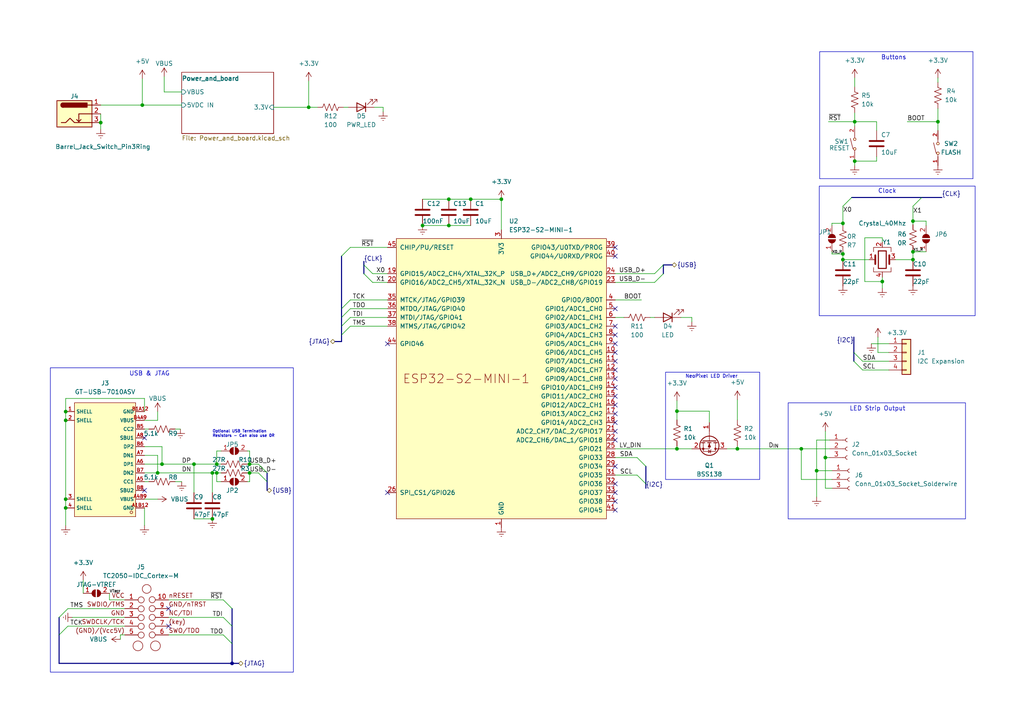
<source format=kicad_sch>
(kicad_sch (version 20230121) (generator eeschema)
  (paper "A4")
  (title_block (title "Spotify Reactive IoT LED Strip Driver") (date "2023-08-13") (rev "v1.9.1-a") (comment 2 "to the currently playing song on spotify") (comment 3 "A modular, internet connected LED strip driver that reacts "))
  (lib_symbols
    (symbol "C5117870_lib:GT-TC060A-H025-L1" (pin_names hide)
      (property "Reference" "U" (at 0 1.27 0))
      (property "Value" "GT-TC060A-H025-L1" (at 0 -2.54 0))
      (symbol "GT-TC060A-H025-L1_0_1"
        (pin unspecified line (at -5.08 0 0) (length 2.54) (name "1") (number "1"))
        (pin unspecified line (at 5.08 0 180) (length 2.54) (name "2") (number "2"))
      )
    )
    (symbol "Connector:Barrel_Jack_Switch_Pin3Ring" (pin_names hide)
      (property "Reference" "J" (at 0 5.334 0))
      (property "Value" "Barrel_Jack_Switch_Pin3Ring" (at 0 -5.08 0))
      (symbol "Barrel_Jack_Switch_Pin3Ring_1_1"
        (pin passive line (at 7.62 2.54 180) (length 2.54) (name "~") (number "1"))
        (pin passive line (at 7.62 0 180) (length 2.54) (name "~") (number "2"))
        (pin passive line (at 7.62 -2.54 180) (length 2.54) (name "~") (number "3"))
      )
    )
    (symbol "Connector:Conn_01x03_Socket" (pin_names (offset 1.016) hide)
      (property "Reference" "J" (at 0 5.08 0))
      (property "Value" "Conn_01x03_Socket" (at 0 -5.08 0))
      (symbol "Conn_01x03_Socket_1_1"
        (pin passive line (at -5.08 2.54 0) (length 3.81) (name "Pin_1") (number "1"))
        (pin passive line (at -5.08 0 0) (length 3.81) (name "Pin_2") (number "2"))
        (pin passive line (at -5.08 -2.54 0) (length 3.81) (name "Pin_3") (number "3"))
      )
    )
    (symbol "Connector_Generic:Conn_01x04" (pin_names (offset 1.016) hide)
      (property "Reference" "J" (at 0 5.08 0))
      (property "Value" "Conn_01x04" (at 0 -7.62 0))
      (symbol "Conn_01x04_1_1"
        (pin passive line (at -5.08 2.54 0) (length 3.81) (name "Pin_1") (number "1"))
        (pin passive line (at -5.08 0 0) (length 3.81) (name "Pin_2") (number "2"))
        (pin passive line (at -5.08 -2.54 0) (length 3.81) (name "Pin_3") (number "3"))
        (pin passive line (at -5.08 -5.08 0) (length 3.81) (name "Pin_4") (number "4"))
      )
    )
    (symbol "Device:C" (pin_numbers hide) (pin_names (offset 0.254))
      (property "Reference" "C" (at 0.635 2.54 0))
      (property "Value" "C" (at 0.635 -2.54 0))
      (symbol "C_1_1"
        (pin passive line (at 0 3.81 270) (length 2.794) (name "~") (number "1"))
        (pin passive line (at 0 -3.81 90) (length 2.794) (name "~") (number "2"))
      )
    )
    (symbol "Device:Crystal_GND24" (pin_names (offset 1.016) hide)
      (property "Reference" "Y" (at 3.175 5.08 0))
      (property "Value" "Crystal_GND24" (at 3.175 3.175 0))
      (symbol "Crystal_GND24_1_1"
        (pin passive line (at -3.81 0 0) (length 1.27) (name "1") (number "1"))
        (pin passive line (at 0 5.08 270) (length 1.27) (name "2") (number "2"))
        (pin passive line (at 3.81 0 180) (length 1.27) (name "3") (number "3"))
        (pin passive line (at 0 -5.08 90) (length 1.27) (name "4") (number "4"))
      )
    )
    (symbol "Device:LED" (pin_numbers hide) (pin_names (offset 1.016) hide)
      (property "Reference" "D" (at 0 2.54 0))
      (property "Value" "LED" (at 0 -2.54 0))
      (symbol "LED_1_1"
        (pin passive line (at -3.81 0 0) (length 2.54) (name "K") (number "1"))
        (pin passive line (at 3.81 0 180) (length 2.54) (name "A") (number "2"))
      )
    )
    (symbol "Device:R_US" (pin_numbers hide) (pin_names (offset 0))
      (property "Reference" "R" (at 2.54 0 90))
      (property "Value" "R_US" (at -2.54 0 90))
      (symbol "R_US_1_1"
        (pin passive line (at 0 3.81 270) (length 1.27) (name "~") (number "1"))
        (pin passive line (at 0 -3.81 90) (length 1.27) (name "~") (number "2"))
      )
    )
    (symbol "Jumper:SolderJumper_2_Open" (pin_names (offset 0) hide)
      (property "Reference" "JP" (at 0 2.032 0))
      (property "Value" "SolderJumper_2_Open" (at 0 -2.54 0))
      (symbol "SolderJumper_2_Open_1_1"
        (pin passive line (at -3.81 0 0) (length 2.54) (name "A") (number "1"))
        (pin passive line (at 3.81 0 180) (length 2.54) (name "B") (number "2"))
      )
    )
    (symbol "PCM_Espressif:ESP32-S2-MINI-1" (pin_names (offset 1.016))
      (property "Reference" "U" (at -30.48 45.72 0))
      (property "Value" "ESP32-S2-MINI-1" (at -30.48 43.18 0))
      (symbol "ESP32-S2-MINI-1_0_0"
        (pin power_in line (at 0 -43.18 90) (length 2.54) (name "GND") (number "1"))
        (pin passive line (at 0 -43.18 90) (length 2.54) hide (name "GND") (number "43"))
        (pin input line (at -33.02 10.16 0) (length 2.54) (name "GPIO46") (number "44"))
        (pin bidirectional line (at -33.02 38.1 0) (length 2.54) (name "CHIP/PU/RESET") (number "45"))
        (pin passive line (at 0 -43.18 90) (length 2.54) hide (name "GND") (number "46"))
        (pin passive line (at 0 -43.18 90) (length 2.54) hide (name "GND") (number "47"))
        (pin passive line (at 0 -43.18 90) (length 2.54) hide (name "GND") (number "48"))
        (pin passive line (at 0 -43.18 90) (length 2.54) hide (name "GND") (number "49"))
        (pin passive line (at 0 -43.18 90) (length 2.54) hide (name "GND") (number "50"))
        (pin passive line (at 0 -43.18 90) (length 2.54) hide (name "GND") (number "51"))
        (pin passive line (at 0 -43.18 90) (length 2.54) hide (name "GND") (number "52"))
        (pin passive line (at 0 -43.18 90) (length 2.54) hide (name "GND") (number "53"))
        (pin passive line (at 0 -43.18 90) (length 2.54) hide (name "GND") (number "54"))
        (pin passive line (at 0 -43.18 90) (length 2.54) hide (name "GND") (number "55"))
        (pin passive line (at 0 -43.18 90) (length 2.54) hide (name "GND") (number "56"))
        (pin passive line (at 0 -43.18 90) (length 2.54) hide (name "GND") (number "57"))
        (pin passive line (at 0 -43.18 90) (length 2.54) hide (name "GND") (number "58"))
        (pin passive line (at 0 -43.18 90) (length 2.54) hide (name "GND") (number "59"))
        (pin passive line (at 0 -43.18 90) (length 2.54) hide (name "GND") (number "60"))
        (pin passive line (at 0 -43.18 90) (length 2.54) hide (name "GND") (number "61"))
        (pin passive line (at 0 -43.18 90) (length 2.54) hide (name "GND") (number "62"))
        (pin passive line (at 0 -43.18 90) (length 2.54) hide (name "GND") (number "63"))
        (pin passive line (at 0 -43.18 90) (length 2.54) hide (name "GND") (number "64"))
        (pin passive line (at 0 -43.18 90) (length 2.54) hide (name "GND") (number "65"))
      )
      (symbol "ESP32-S2-MINI-1_1_1"
        (text "ESP32-S2-MINI-1" (at -10.16 0 0) (effects (font (size 2.54 2.54))))
        (pin bidirectional line (at 33.02 7.62 180) (length 2.54) (name "GPIO6/ADC1_CH5") (number "10"))
        (pin bidirectional line (at 33.02 5.08 180) (length 2.54) (name "GPIO7/ADC1_CH6") (number "11"))
        (pin bidirectional line (at 33.02 2.54 180) (length 2.54) (name "GPIO8/ADC1_CH7") (number "12"))
        (pin bidirectional line (at 33.02 0 180) (length 2.54) (name "GPIO9/ADC1_CH8") (number "13"))
        (pin bidirectional line (at 33.02 -2.54 180) (length 2.54) (name "GPIO10/ADC1_CH9") (number "14"))
        (pin bidirectional line (at 33.02 -5.08 180) (length 2.54) (name "GPIO11/ADC2_CH0") (number "15"))
        (pin bidirectional line (at 33.02 -7.62 180) (length 2.54) (name "GPIO12/ADC2_CH1") (number "16"))
        (pin bidirectional line (at 33.02 -10.16 180) (length 2.54) (name "GPIO13/ADC2_CH2") (number "17"))
        (pin bidirectional line (at 33.02 -12.7 180) (length 2.54) (name "GPIO14/ADC2_CH3") (number "18"))
        (pin bidirectional line (at -33.02 30.48 0) (length 2.54) (name "GPIO15/ADC2_CH4/XTAL_32K_P") (number "19"))
        (pin passive line (at 0 -43.18 90) (length 2.54) hide (name "GND") (number "2"))
        (pin bidirectional line (at -33.02 27.94 0) (length 2.54) (name "GPIO16/ADC2_CH5/XTAL_32K_N") (number "20"))
        (pin bidirectional line (at 33.02 -15.24 180) (length 2.54) (name "ADC2_CH7/DAC_2/GPIO17") (number "21"))
        (pin bidirectional line (at 33.02 -17.78 180) (length 2.54) (name "ADC2_CH6/DAC_1/GPIO18") (number "22"))
        (pin bidirectional line (at 33.02 27.94 180) (length 2.54) (name "USB_D-/ADC2_CH8/GPIO19") (number "23"))
        (pin bidirectional line (at 33.02 30.48 180) (length 2.54) (name "USB_D+/ADC2_CH9/GPIO20") (number "24"))
        (pin bidirectional line (at 33.02 -20.32 180) (length 2.54) (name "GPIO21") (number "25"))
        (pin bidirectional line (at -33.02 -33.02 0) (length 2.54) (name "SPI_CS1/GPIO26") (number "26"))
        (pin no_connect line (at -30.48 -38.1 0) (length 2.54) hide (name "NC") (number "27"))
        (pin bidirectional line (at 33.02 -22.86 180) (length 2.54) (name "GPIO33") (number "28"))
        (pin bidirectional line (at 33.02 -25.4 180) (length 2.54) (name "GPIO34") (number "29"))
        (pin power_in line (at 0 43.18 270) (length 2.54) (name "3V3") (number "3"))
        (pin passive line (at 0 -43.18 90) (length 2.54) hide (name "GND") (number "30"))
        (pin bidirectional line (at 33.02 -27.94 180) (length 2.54) (name "GPIO35") (number "31"))
        (pin bidirectional line (at 33.02 -30.48 180) (length 2.54) (name "GPIO36") (number "32"))
        (pin bidirectional line (at 33.02 -33.02 180) (length 2.54) (name "GPIO37") (number "33"))
        (pin bidirectional line (at 33.02 -35.56 180) (length 2.54) (name "GPIO38") (number "34"))
        (pin bidirectional line (at -33.02 22.86 0) (length 2.54) (name "MTCK/JTAG/GPIO39") (number "35"))
        (pin bidirectional line (at -33.02 20.32 0) (length 2.54) (name "MTDO/JTAG/GPIO40") (number "36"))
        (pin bidirectional line (at -33.02 17.78 0) (length 2.54) (name "MTDI/JTAG/GPIO41") (number "37"))
        (pin bidirectional line (at -33.02 15.24 0) (length 2.54) (name "MTMS/JTAG/GPIO42") (number "38"))
        (pin bidirectional line (at 33.02 38.1 180) (length 2.54) (name "GPIO43/U0TXD/PROG") (number "39"))
        (pin bidirectional line (at 33.02 22.86 180) (length 2.54) (name "GPIO0/BOOT") (number "4"))
        (pin bidirectional line (at 33.02 35.56 180) (length 2.54) (name "GPIO44/U0RXD/PROG") (number "40"))
        (pin bidirectional line (at 33.02 -38.1 180) (length 2.54) (name "GPIO45") (number "41"))
        (pin passive line (at 0 -43.18 90) (length 2.54) hide (name "GND") (number "42"))
        (pin bidirectional line (at 33.02 20.32 180) (length 2.54) (name "GPIO1/ADC1_CH0") (number "5"))
        (pin bidirectional line (at 33.02 17.78 180) (length 2.54) (name "GPIO2/ADC1_CH1") (number "6"))
        (pin bidirectional line (at 33.02 15.24 180) (length 2.54) (name "GPIO3/ADC1_CH2") (number "7"))
        (pin bidirectional line (at 33.02 12.7 180) (length 2.54) (name "GPIO4/ADC1_CH3") (number "8"))
        (pin bidirectional line (at 33.02 10.16 180) (length 2.54) (name "GPIO5/ADC1_CH4") (number "9"))
      )
    )
    (symbol "Tag-Connect:TC2050-IDC_Cortex-M" (pin_names hide)
      (property "Reference" "J" (at 0 -11.43 0))
      (property "Value" "TC2050-IDC_Cortex-M" (at 0.635 -13.97 0))
      (symbol "TC2050-IDC_Cortex-M_0_0"
        (text "(GND)/(Vcc5V)" (at -6.35 -3.81 0) (effects (font (size 1.27 1.27)) (justify right)))
        (text "(key)" (at 6.35 -1.27 0) (effects (font (size 1.27 1.27)) (justify left)))
        (text "GND" (at -6.35 1.27 0) (effects (font (size 1.27 1.27)) (justify right)))
        (text "GND/nTRST" (at 6.35 3.81 0) (effects (font (size 1.27 1.27)) (justify left)))
        (text "NC/TDI" (at 6.35 1.27 0) (effects (font (size 1.27 1.27)) (justify left)))
        (text "nRESET" (at 6.35 6.35 0) (effects (font (size 1.27 1.27)) (justify left)))
        (text "SWDCLK/TCK" (at -6.35 -1.27 0) (effects (font (size 1.27 1.27)) (justify right)))
        (text "SWDIO/TMS" (at -6.35 3.81 0) (effects (font (size 1.27 1.27)) (justify right)))
        (text "SWO/TDO" (at 6.35 -3.81 0) (effects (font (size 1.27 1.27)) (justify left)))
        (text "VCC" (at -6.35 6.35 0) (effects (font (size 1.27 1.27)) (justify right)))
      )
      (symbol "TC2050-IDC_Cortex-M_1_1"
        (pin passive line (at -6.35 5.08 0) (length 3.81) (name "VCC") (number "1"))
        (pin passive line (at 6.35 5.08 180) (length 3.81) (name "nRESET") (number "10"))
        (pin passive line (at -6.35 2.54 0) (length 3.81) (name "SWDIO/TMS") (number "2"))
        (pin passive line (at -6.35 0 0) (length 3.81) (name "GND") (number "3"))
        (pin passive line (at -6.35 -2.54 0) (length 3.81) (name "SWDCLK/TCK") (number "4"))
        (pin passive line (at -6.35 -5.08 0) (length 3.81) (name "(GND)/(Vcc5V)") (number "5"))
        (pin passive line (at 6.35 -5.08 180) (length 3.81) (name "SWO/TDO") (number "6"))
        (pin passive line (at 6.35 -2.54 180) (length 3.81) (name "(key)") (number "7"))
        (pin passive line (at 6.35 0 180) (length 3.81) (name "NC/TDI") (number "8"))
        (pin passive line (at 6.35 2.54 180) (length 3.81) (name "GND/nTRST") (number "9"))
      )
    )
    (symbol "Transistor_FET:BSS138" (pin_names hide)
      (property "Reference" "Q" (at 5.08 1.905 0))
      (property "Value" "BSS138" (at 5.08 0 0))
      (symbol "BSS138_1_1"
        (pin input line (at -5.08 0 0) (length 2.54) (name "G") (number "1"))
        (pin passive line (at 2.54 -5.08 90) (length 2.54) (name "S") (number "2"))
        (pin passive line (at 2.54 5.08 270) (length 2.54) (name "D") (number "3"))
      )
    )
    (symbol "gt-usb_lib:GT-USB-7010ASV"
      (property "Reference" "U" (at 0 1.27 0))
      (property "Value" "GT-USB-7010ASV" (at 0 -2.54 0))
      (symbol "GT-USB-7010ASV_0_1"
        (pin passive line (at 10.16 -12.7 180) (length 2.54) (name "SHELL") (number "1"))
        (pin passive line (at 10.16 -10.16 180) (length 2.54) (name "SHELL") (number "2"))
        (pin passive line (at 10.16 12.7 180) (length 2.54) (name "SHELL") (number "3"))
        (pin passive line (at 10.16 15.24 180) (length 2.54) (name "SHELL") (number "4"))
        (pin passive line (at -12.7 15.24 0) (length 2.54) (name "GND") (number "A1B12"))
        (pin passive line (at -12.7 12.7 0) (length 2.54) (name "VBUS") (number "A4B9"))
        (pin passive line (at -12.7 7.62 0) (length 2.54) (name "CC1") (number "A5"))
        (pin bidirectional line (at -12.7 2.54 0) (length 2.54) (name "DP1") (number "A6"))
        (pin bidirectional line (at -12.7 0 0) (length 2.54) (name "DN1") (number "A7"))
        (pin passive line (at -12.7 -5.08 0) (length 2.54) (name "SBU1") (number "A8"))
        (pin passive line (at -12.7 -12.7 0) (length 2.54) (name "GND") (number "B1A12"))
        (pin power_out line (at -12.7 -10.16 0) (length 2.54) (name "VBUS") (number "B4A9"))
        (pin passive line (at -12.7 -7.62 0) (length 2.54) (name "CC2") (number "B5"))
        (pin bidirectional line (at -12.7 -2.54 0) (length 2.54) (name "DP2") (number "B6"))
        (pin bidirectional line (at -12.7 5.08 0) (length 2.54) (name "DN2") (number "B7"))
        (pin passive line (at -12.7 10.16 0) (length 2.54) (name "SBU2") (number "B8"))
      )
    )
    (symbol "power:+3.3V" (power) (pin_names (offset 0))
      (property "Value" "+3.3V" (at 0 3.556 0))
      (symbol "+3.3V_1_1"
        (pin power_in line (at 0 0 90) (length 0) hide (name "+3.3V") (number "1"))
      )
    )
    (symbol "power:+5V" (power) (pin_names (offset 0))
      (property "Value" "+5V" (at 0 3.556 0))
      (symbol "+5V_1_1"
        (pin power_in line (at 0 0 90) (length 0) hide (name "+5V") (number "1"))
      )
    )
    (symbol "power:Earth" (power) (pin_names (offset 0))
      (symbol "Earth_1_1"
        (pin power_in line (at 0 0 270) (length 0) hide (name "Earth") (number "1"))
      )
    )
    (symbol "power:VBUS" (power) (pin_names (offset 0))
      (property "Value" "VBUS" (at 0 3.81 0))
      (symbol "VBUS_1_1"
        (pin power_in line (at 0 0 90) (length 0) hide (name "VBUS") (number "1"))
      )
    )
  )
  (bus_alias "I2C" (members "SDA" "SCL"))
  (bus_alias "USB" (members "USB_D+" "USB_D-"))
  (junction (at 41.275 30.48))
  (junction (at 62.865 134.62))
  (junction (at 244.475 75.311))
  (junction (at 264.795 73.025))
  (junction (at 72.39 134.62))
  (junction (at 213.868 130.175))
  (junction (at 196.342 130.175))
  (junction (at 62.865 137.16))
  (junction (at 46.99 134.62))
  (junction (at 136.525 57.785))
  (junction (at 239.395 132.715))
  (junction (at 72.39 137.16))
  (junction (at 244.475 73.66))
  (junction (at 61.595 150.495))
  (junction (at 247.904 46.736))
  (junction (at 122.555 65.405))
  (junction (at 236.855 136.525))
  (junction (at 196.342 119.253))
  (junction (at 19.05 144.78))
  (junction (at 145.415 57.785))
  (junction (at 56.261 134.62))
  (junction (at 255.905 81.661))
  (junction (at 130.175 57.785))
  (junction (at 247.904 35.306))
  (junction (at 130.175 65.405))
  (junction (at 29.21 35.56))
  (junction (at 19.05 121.92))
  (junction (at 89.535 31.115))
  (junction (at 264.795 64.135))
  (junction (at 67.31 192.405))
  (junction (at 272.034 35.306))
  (junction (at 19.05 147.32))
  (junction (at 244.475 64.77))
  (junction (at 264.795 75.311))
  (junction (at 45.72 137.16))
  (junction (at 232.41 130.175))
  (junction (at 19.05 119.38))
  (junction (at 61.595 137.16))
  (no_connect (at 178.435 109.855))
  (no_connect (at 178.435 94.615))
  (no_connect (at 178.435 140.335))
  (no_connect (at 178.435 145.415))
  (no_connect (at 178.435 125.095))
  (no_connect (at 178.435 102.235))
  (no_connect (at 178.435 122.555))
  (no_connect (at 178.435 120.015))
  (no_connect (at 112.395 99.695))
  (no_connect (at 178.435 99.695))
  (no_connect (at 178.435 114.935))
  (no_connect (at 178.435 89.535))
  (no_connect (at 178.435 127.635))
  (no_connect (at 178.435 135.255))
  (no_connect (at 41.91 127))
  (no_connect (at 178.435 74.295))
  (no_connect (at 41.91 142.24))
  (no_connect (at 178.435 147.955))
  (no_connect (at 178.435 71.755))
  (no_connect (at 112.395 142.875))
  (no_connect (at 178.435 142.875))
  (no_connect (at 48.895 181.61))
  (no_connect (at 178.435 112.395))
  (no_connect (at 178.435 97.155))
  (no_connect (at 48.895 176.53))
  (no_connect (at 178.435 104.775))
  (no_connect (at 178.435 117.475))
  (no_connect (at 178.435 107.315))
  (bus_entry (at 17.145 184.15) (size 2.54 -2.54))
  (bus_entry (at 247.65 104.775) (size 2.54 2.54))
  (bus_entry (at 64.77 184.15) (size 2.54 2.54))
  (bus_entry (at 64.77 173.99) (size 2.54 2.54))
  (bus_entry (at 99.06 74.295) (size 2.54 -2.54))
  (bus_entry (at 99.06 92.075) (size 2.54 -2.54))
  (bus_entry (at 184.785 137.795) (size 2.54 2.54))
  (bus_entry (at 192.405 76.835) (size -2.54 2.54))
  (bus_entry (at 99.06 89.535) (size 2.54 -2.54))
  (bus_entry (at 264.795 59.817) (size 2.54 -2.54))
  (bus_entry (at 17.145 179.07) (size 2.54 -2.54))
  (bus_entry (at 74.93 137.16) (size 2.54 2.54))
  (bus_entry (at 192.405 79.375) (size -2.54 2.54))
  (bus_entry (at 74.93 134.62) (size 2.54 2.54))
  (bus_entry (at 184.785 132.715) (size 2.54 2.54))
  (bus_entry (at 247.65 102.235) (size 2.54 2.54))
  (bus_entry (at 108.077 81.915) (size -2.54 -2.54))
  (bus_entry (at 99.06 94.615) (size 2.54 -2.54))
  (bus_entry (at 99.06 97.155) (size 2.54 -2.54))
  (bus_entry (at 64.77 179.07) (size 2.54 2.54))
  (bus_entry (at 244.475 59.817) (size 2.54 -2.54))
  (bus_entry (at 108.077 79.375) (size -2.54 -2.54))
  (bus (pts (xy 97.155 99.06) (xy 99.06 99.06)))
  (wire (pts (xy 46.99 129.54) (xy 41.91 129.54)))
  (bus (pts (xy 247.015 57.277) (xy 267.335 57.277)))
  (wire (pts (xy 48.895 179.07) (xy 64.77 179.07)))
  (bus (pts (xy 192.405 76.835) (xy 192.405 79.375)))
  (wire (pts (xy 232.41 139.065) (xy 241.3 139.065)))
  (wire (pts (xy 130.175 65.405) (xy 136.525 65.405)))
  (bus (pts (xy 67.31 186.69) (xy 67.31 192.405)))
  (wire (pts (xy 47.625 26.67) (xy 52.705 26.67)))
  (wire (pts (xy 205.74 119.253) (xy 196.342 119.253)))
  (bus (pts (xy 99.06 74.295) (xy 99.06 89.535)))
  (wire (pts (xy 41.91 115.57) (xy 41.91 119.38)))
  (wire (pts (xy 236.855 136.525) (xy 236.855 127.635)))
  (wire (pts (xy 61.595 150.495) (xy 56.261 150.495)))
  (wire (pts (xy 50.8 124.46) (xy 52.324 124.46)))
  (wire (pts (xy 244.475 73.66) (xy 241.3 73.66)))
  (wire (pts (xy 62.865 134.62) (xy 64.135 134.62)))
  (wire (pts (xy 19.05 119.38) (xy 19.05 121.92)))
  (wire (pts (xy 178.435 79.375) (xy 189.865 79.375)))
  (wire (pts (xy 264.795 73.025) (xy 268.605 73.025)))
  (wire (pts (xy 200.66 93.345) (xy 200.66 92.075)))
  (wire (pts (xy 130.175 57.785) (xy 136.525 57.785)))
  (wire (pts (xy 254.254 37.846) (xy 254.254 35.306)))
  (wire (pts (xy 196.342 129.413) (xy 196.342 130.175)))
  (wire (pts (xy 19.05 115.57) (xy 19.05 119.38)))
  (bus (pts (xy 187.325 135.255) (xy 187.325 140.335)))
  (wire (pts (xy 264.795 72.771) (xy 264.795 73.025)))
  (wire (pts (xy 41.91 121.92) (xy 45.72 121.92)))
  (wire (pts (xy 254.635 102.235) (xy 257.81 102.235)))
  (wire (pts (xy 255.905 81.661) (xy 255.905 83.566)))
  (wire (pts (xy 89.535 23.495) (xy 89.535 31.115)))
  (wire (pts (xy 196.342 130.175) (xy 200.66 130.175)))
  (wire (pts (xy 31.75 172.085) (xy 31.75 173.99)))
  (wire (pts (xy 72.39 137.16) (xy 72.39 139.7)))
  (wire (pts (xy 241.3 73.66) (xy 241.3 73.025)))
  (wire (pts (xy 46.99 129.54) (xy 46.99 134.62)))
  (wire (pts (xy 213.868 130.175) (xy 232.41 130.175)))
  (wire (pts (xy 19.685 181.61) (xy 36.195 181.61)))
  (wire (pts (xy 45.72 119.38) (xy 45.72 121.92)))
  (bus (pts (xy 17.145 179.07) (xy 17.145 184.15)))
  (wire (pts (xy 178.435 86.995) (xy 186.055 86.995)))
  (wire (pts (xy 239.395 132.715) (xy 240.665 132.715)))
  (wire (pts (xy 239.395 141.605) (xy 239.395 132.715)))
  (wire (pts (xy 48.895 173.99) (xy 64.77 173.99)))
  (wire (pts (xy 244.475 64.77) (xy 244.475 65.405)))
  (wire (pts (xy 178.435 137.795) (xy 184.785 137.795)))
  (bus (pts (xy 67.31 192.405) (xy 17.145 192.405)))
  (bus (pts (xy 247.65 104.775) (xy 247.65 102.235)))
  (wire (pts (xy 79.375 31.115) (xy 89.535 31.115)))
  (wire (pts (xy 244.475 75.311) (xy 252.095 75.311)))
  (wire (pts (xy 41.91 132.08) (xy 45.72 132.08)))
  (wire (pts (xy 236.855 136.525) (xy 241.3 136.525)))
  (bus (pts (xy 99.06 97.155) (xy 99.06 99.06)))
  (wire (pts (xy 61.595 137.16) (xy 61.595 142.875)))
  (wire (pts (xy 254.635 97.79) (xy 254.635 102.235)))
  (wire (pts (xy 254.254 35.306) (xy 247.904 35.306)))
  (wire (pts (xy 29.21 33.02) (xy 29.21 35.56)))
  (bus (pts (xy 99.06 92.075) (xy 99.06 94.615)))
  (wire (pts (xy 122.555 57.785) (xy 130.175 57.785)))
  (wire (pts (xy 72.39 134.62) (xy 74.93 134.62)))
  (wire (pts (xy 31.75 173.99) (xy 36.195 173.99)))
  (wire (pts (xy 241.3 65.405) (xy 241.3 64.77)))
  (wire (pts (xy 72.39 134.62) (xy 72.39 130.81)))
  (wire (pts (xy 236.855 127.635) (xy 240.665 127.635)))
  (wire (pts (xy 112.395 89.535) (xy 101.6 89.535)))
  (wire (pts (xy 56.261 134.62) (xy 62.865 134.62)))
  (wire (pts (xy 45.72 137.16) (xy 61.595 137.16)))
  (wire (pts (xy 136.525 57.785) (xy 145.415 57.785)))
  (wire (pts (xy 72.39 130.81) (xy 71.755 130.81)))
  (wire (pts (xy 205.74 122.555) (xy 205.74 119.253)))
  (wire (pts (xy 250.19 104.775) (xy 257.81 104.775)))
  (wire (pts (xy 122.555 65.405) (xy 130.175 65.405)))
  (wire (pts (xy 247.904 46.736) (xy 254.254 46.736)))
  (wire (pts (xy 92.075 31.115) (xy 89.535 31.115)))
  (wire (pts (xy 272.034 23.876) (xy 272.034 22.606)))
  (bus (pts (xy 17.145 184.15) (xy 17.145 192.405)))
  (bus (pts (xy 67.31 176.53) (xy 67.31 181.61)))
  (wire (pts (xy 62.865 139.7) (xy 62.865 137.16)))
  (wire (pts (xy 112.395 92.075) (xy 101.6 92.075)))
  (wire (pts (xy 111.125 31.115) (xy 111.125 32.385)))
  (bus (pts (xy 67.31 181.61) (xy 67.31 186.69)))
  (wire (pts (xy 62.865 137.16) (xy 64.135 137.16)))
  (wire (pts (xy 264.795 64.135) (xy 264.795 65.151)))
  (wire (pts (xy 250.825 81.661) (xy 255.905 81.661)))
  (wire (pts (xy 178.435 92.075) (xy 180.975 92.075)))
  (polyline (pts (xy 237.744 14.986) (xy 282.194 14.986)))
  (bus (pts (xy 67.31 192.405) (xy 69.215 192.405)))
  (wire (pts (xy 71.755 134.62) (xy 72.39 134.62)))
  (wire (pts (xy 247.904 32.766) (xy 247.904 35.306)))
  (wire (pts (xy 240.284 35.306) (xy 247.904 35.306)))
  (wire (pts (xy 236.855 144.145) (xy 236.855 136.525)))
  (wire (pts (xy 145.415 57.785) (xy 145.415 66.675)))
  (wire (pts (xy 178.435 81.915) (xy 189.865 81.915)))
  (wire (pts (xy 112.395 86.995) (xy 101.6 86.995)))
  (wire (pts (xy 41.91 137.16) (xy 45.72 137.16)))
  (wire (pts (xy 64.135 130.81) (xy 62.865 130.81)))
  (wire (pts (xy 247.904 22.606) (xy 247.904 25.146)))
  (wire (pts (xy 99.695 31.115) (xy 100.965 31.115)))
  (bus (pts (xy 77.47 139.7) (xy 77.47 142.24)))
  (wire (pts (xy 178.435 132.715) (xy 184.785 132.715)))
  (wire (pts (xy 241.3 64.77) (xy 244.475 64.77)))
  (wire (pts (xy 29.21 35.56) (xy 29.21 37.465)))
  (wire (pts (xy 19.05 144.78) (xy 19.05 147.32)))
  (wire (pts (xy 19.05 121.92) (xy 19.05 144.78)))
  (wire (pts (xy 108.077 79.375) (xy 112.395 79.375)))
  (wire (pts (xy 272.034 31.496) (xy 272.034 35.306)))
  (wire (pts (xy 20.955 179.07) (xy 36.195 179.07)))
  (wire (pts (xy 196.342 116.205) (xy 196.342 119.253)))
  (wire (pts (xy 247.904 46.736) (xy 247.904 48.006)))
  (wire (pts (xy 210.82 130.175) (xy 213.868 130.175)))
  (wire (pts (xy 34.925 185.42) (xy 34.925 184.15)))
  (wire (pts (xy 41.275 22.86) (xy 41.275 30.48)))
  (wire (pts (xy 19.05 147.32) (xy 19.05 152.4)))
  (wire (pts (xy 255.905 70.231) (xy 255.905 68.961)))
  (wire (pts (xy 247.904 35.306) (xy 247.904 36.576)))
  (wire (pts (xy 71.755 137.16) (xy 72.39 137.16)))
  (wire (pts (xy 48.895 184.15) (xy 64.77 184.15)))
  (wire (pts (xy 268.605 64.135) (xy 264.795 64.135)))
  (bus (pts (xy 99.06 94.615) (xy 99.06 97.155)))
  (wire (pts (xy 232.41 130.175) (xy 240.665 130.175)))
  (wire (pts (xy 29.21 30.48) (xy 41.275 30.48)))
  (wire (pts (xy 250.19 107.315) (xy 257.81 107.315)))
  (wire (pts (xy 47.625 22.225) (xy 47.625 26.67)))
  (wire (pts (xy 71.755 139.7) (xy 72.39 139.7)))
  (wire (pts (xy 264.795 59.817) (xy 264.795 64.135)))
  (wire (pts (xy 272.034 35.306) (xy 272.034 37.846)))
  (wire (pts (xy 56.261 134.62) (xy 56.261 142.875)))
  (wire (pts (xy 101.6 71.755) (xy 112.395 71.755)))
  (wire (pts (xy 239.395 125.095) (xy 239.395 132.715)))
  (wire (pts (xy 188.595 92.075) (xy 189.865 92.075)))
  (polyline (pts (xy 282.194 51.816) (xy 282.194 14.986)))
  (wire (pts (xy 213.868 115.951) (xy 213.868 121.793)))
  (bus (pts (xy 105.537 75.819) (xy 105.537 76.835)))
  (wire (pts (xy 41.91 139.7) (xy 43.18 139.7)))
  (wire (pts (xy 64.135 139.7) (xy 62.865 139.7)))
  (wire (pts (xy 19.685 176.53) (xy 36.195 176.53)))
  (bus (pts (xy 77.47 139.7) (xy 77.47 137.16)))
  (wire (pts (xy 41.91 147.32) (xy 41.91 152.4)))
  (bus (pts (xy 247.65 102.235) (xy 247.65 97.79)))
  (wire (pts (xy 62.865 130.81) (xy 62.865 134.62)))
  (wire (pts (xy 244.475 73.66) (xy 244.475 75.311)))
  (wire (pts (xy 244.475 59.817) (xy 244.475 64.77)))
  (wire (pts (xy 41.275 30.48) (xy 52.705 30.48)))
  (wire (pts (xy 263.144 35.306) (xy 272.034 35.306)))
  (wire (pts (xy 255.905 68.961) (xy 250.825 68.961)))
  (wire (pts (xy 108.077 81.915) (xy 112.395 81.915)))
  (wire (pts (xy 250.825 68.961) (xy 250.825 81.661)))
  (wire (pts (xy 41.91 115.57) (xy 19.05 115.57)))
  (wire (pts (xy 178.435 130.175) (xy 196.342 130.175)))
  (wire (pts (xy 196.342 119.253) (xy 196.342 121.793)))
  (wire (pts (xy 268.605 65.405) (xy 268.605 64.135)))
  (wire (pts (xy 111.125 31.115) (xy 108.585 31.115)))
  (wire (pts (xy 200.66 92.075) (xy 197.485 92.075)))
  (wire (pts (xy 46.99 134.62) (xy 56.261 134.62)))
  (bus (pts (xy 267.335 57.277) (xy 273.177 57.277)))
  (wire (pts (xy 34.925 184.15) (xy 36.195 184.15)))
  (wire (pts (xy 244.475 73.025) (xy 244.475 73.66)))
  (wire (pts (xy 232.41 130.175) (xy 232.41 139.065)))
  (wire (pts (xy 239.395 141.605) (xy 241.3 141.605)))
  (wire (pts (xy 41.91 134.62) (xy 46.99 134.62)))
  (wire (pts (xy 213.868 130.175) (xy 213.868 129.413)))
  (wire (pts (xy 259.715 75.311) (xy 264.795 75.311)))
  (wire (pts (xy 45.72 132.08) (xy 45.72 137.16)))
  (bus (pts (xy 187.325 140.335) (xy 187.325 141.605)))
  (wire (pts (xy 72.39 137.16) (xy 74.93 137.16)))
  (polyline (pts (xy 237.744 51.816) (xy 282.194 51.816)))
  (bus (pts (xy 194.945 76.835) (xy 192.405 76.835)))
  (bus (pts (xy 105.537 76.835) (xy 105.537 79.375)))
  (wire (pts (xy 24.13 168.275) (xy 24.13 172.085)))
  (wire (pts (xy 41.91 124.46) (xy 43.18 124.46)))
  (wire (pts (xy 255.905 80.391) (xy 255.905 81.661)))
  (wire (pts (xy 50.8 139.7) (xy 52.705 139.7)))
  (wire (pts (xy 61.595 137.16) (xy 62.865 137.16)))
  (wire (pts (xy 41.91 144.78) (xy 45.72 144.78)))
  (wire (pts (xy 264.795 73.025) (xy 264.795 75.311)))
  (wire (pts (xy 112.395 94.615) (xy 101.6 94.615)))
  (wire (pts (xy 252.73 99.695) (xy 257.81 99.695)))
  (bus (pts (xy 99.06 89.535) (xy 99.06 92.075)))
  (polyline (pts (xy 237.744 14.986) (xy 237.744 51.816)))
  (wire (pts (xy 254.254 45.466) (xy 254.254 46.736)))
  (rectangle (start 228.6 116.84) (end 280.035 150.495))
  (rectangle (start 14.605 106.68) (end 85.09 194.945))
  (rectangle (start 237.617 53.975) (end 282.829 91.567))
  (rectangle (start 193.04 107.95) (end 220.345 139.065))
  (text "Buttons\n" (at 255.524 17.526 0) (effects (font (size 1.27 1.27)) (justify left bottom)))
  (text "Clock\n" (at 254.635 56.261 0) (effects (font (size 1.27 1.27)) (justify left bottom)))
  (text "Optional USB Termination\nResistors - Can also use 0R" (at 61.595 127 0) (effects (font (size 0.8 0.8)) (justify left bottom)))
  (text "LED Strip Output" (at 246.38 119.38 0) (effects (font (size 1.27 1.27)) (justify left bottom)))
  (text "NeoPixel LED Driver" (at 198.755 109.855 0) (effects (font (size 1 1)) (justify left bottom)))
  (text "USB & JTAG" (at 37.465 109.22 0) (effects (font (size 1.27 1.27)) (justify left bottom)))
  (label "USB_D+" (at 72.39 134.62 0))
  (label "LV_DIN" (at 186.055 130.175 180))
  (label "X0" (at 244.475 61.849 0))
  (label "TDO" (at 60.96 184.15 0))
  (label "TDO" (at 102.235 89.535 0))
  (label "SDA" (at 250.19 104.775 0))
  (label "USB_D-" (at 72.39 137.16 0))
  (label "{CLK}" (at 273.177 57.277 0))
  (label "~{RST}" (at 60.96 173.99 0))
  (label "X1" (at 264.795 62.103 0))
  (label "TCK" (at 20.32 181.61 0))
  (label "USB_D+" (at 187.325 79.375 180))
  (label "TMS" (at 20.32 176.53 0))
  (label "~{RST}" (at 240.284 35.306 0))
  (label "{I2C}" (at 187.325 141.605 0))
  (label "VT_{REF}" (at 31.75 172.085 0) (effects (font (size 0.8 0.8))))
  (label "D_{IN}" (at 222.885 130.175 0))
  (label "BOOT" (at 186.055 86.995 180))
  (label "TMS" (at 102.235 94.615 0))
  (label "X0_R" (at 241.3 73.66 0) (effects (font (size 0.762 0.762))))
  (label "X1" (at 109.093 81.915 0))
  (label "USB_D-" (at 187.325 81.915 180))
  (label "SCL" (at 183.515 137.795 180))
  (label "X0" (at 109.093 79.375 0))
  (label "{CLK}" (at 105.537 76.073 0))
  (label "BOOT" (at 263.144 35.306 0))
  (label "TDI" (at 102.235 92.075 0))
  (label "TDI" (at 61.595 179.07 0))
  (label "DP" (at 52.705 134.62 0))
  (label "X1_R" (at 264.795 73.025 0) (effects (font (size 0.762 0.762))))
  (label "~{RST}" (at 104.775 71.755 0))
  (label "TCK" (at 102.235 86.995 0))
  (label "{I2C}" (at 247.65 99.695 180))
  (label "SCL" (at 250.19 107.315 0))
  (label "SDA" (at 183.515 132.715 180))
  (label "DN" (at 52.705 137.16 0))
  (hierarchical_label "{JTAG}" (shape bidirectional) (at 69.215 192.405 0))
  (hierarchical_label "{USB}" (shape bidirectional) (at 77.47 142.24 0))
  (hierarchical_label "{JTAG}" (shape bidirectional) (at 97.155 99.06 180))
  (hierarchical_label "{USB}" (shape bidirectional) (at 194.945 76.835 0))
  (symbol (lib_id "PCM_Espressif:ESP32-S2-MINI-1") (at 145.415 109.855 0) (unit 1)
    (property "Reference" "U2" (at 147.6091 64.135 0) (effects (justify left)))
    (property "Value" "ESP32-S2-MINI-1" (at 147.6091 66.675 0) (effects (justify left)))
    (property "Footprint" "PCM_Espressif:ESP32-S2-MINI-1" (effects hide))
    (property "Datasheet" "https://www.espressif.com/sites/default/files/documentation/esp32-s2-mini-1_esp32-s2-mini-1u_datasheet_en.pdf" (effects hide))
  )
  (symbol (lib_id "power:Earth") (at 29.21 37.465 0) (mirror y) (unit 1)
    (property "Reference" "#PWR0111" (effects hide))
    (property "Value" "Earth" (effects hide))
  )
  (symbol (lib_id "power:Earth") (at 19.05 152.4 0) (mirror y) (unit 1)
    (property "Reference" "#PWR01" (effects hide))
    (property "Value" "Earth" (effects hide))
  )
  (symbol (lib_id "power:Earth") (at 61.595 150.495 0) (mirror y) (unit 1)
    (property "Reference" "#PWR016" (effects hide))
    (property "Value" "Earth" (effects hide))
  )
  (symbol (lib_id "Jumper:SolderJumper_2_Open") (at 67.945 139.7 0) (unit 1)
    (property "Reference" "JP2" (at 69.215 142.24 0) (effects (justify right)))
    (property "Value" "SolderJumper_2_Open" (effects hide))
    (property "Footprint" "Jumper:SolderJumper-2_P1.3mm_Open_RoundedPad1.0x1.5mm" (effects hide))
  )
  (symbol (lib_id "Jumper:SolderJumper_2_Open") (at 67.945 130.81 0) (unit 1)
    (property "Reference" "JP5" (at 69.215 128.905 0) (effects (justify right)))
    (property "Value" "SolderJumper_2_Open" (effects hide))
    (property "Footprint" "Jumper:SolderJumper-2_P1.3mm_Open_RoundedPad1.0x1.5mm" (effects hide))
  )
  (symbol (lib_id "C5117870_lib:GT-TC060A-H025-L1") (at 272.034 42.926 90) (unit 1)
    (property "Reference" "SW2" (at 275.844 41.656 90))
    (property "Value" "FLASH" (at 275.844 44.196 90))
    (property "Footprint" "Button_Switch_SMD:SW_SPST_TL3342" (effects hide))
    (property "LCSC" "C318884" (effects hide))
    (property "Vendor" "https://www.lcsc.com/product-detail/Tactile-Switches_G-Switch-GT-TC060A-H025-L1_C5117870.html" (effects hide))
  )
  (symbol (lib_id "power:+5V") (at 41.275 22.86 0) (unit 1)
    (property "Reference" "#PWR018" (effects hide))
    (property "Value" "+5V" (at 41.275 17.78 0))
  )
  (symbol (lib_id "Jumper:SolderJumper_2_Open") (at 241.3 69.215 90) (unit 1)
    (property "Reference" "JP1" (at 237.49 67.31 90) (effects (justify right)))
    (property "Value" "SolderJumper_2_Open" (effects hide))
    (property "Footprint" "Jumper:SolderJumper-2_P1.3mm_Open_RoundedPad1.0x1.5mm" (effects hide))
  )
  (symbol (lib_id "Device:LED") (at 193.675 92.075 180) (unit 1)
    (property "Reference" "D4" (at 193.675 94.615 0))
    (property "Value" "LED" (at 193.675 97.155 0))
    (property "Footprint" "LED_SMD:LED_0805_2012Metric_Pad1.15x1.40mm_HandSolder" (effects hide))
    (property "Vendor" "https://www.lcsc.com/product-detail/Light-Emitting-Diodes-LED_Foshan-NationStar-Optoelectronics-NCD1206B1_C130717.html" (effects hide))
    (property "LCSC" "C84256" (effects hide))
  )
  (symbol (lib_id "Jumper:SolderJumper_2_Open") (at 268.605 69.215 90) (unit 1)
    (property "Reference" "JP6" (at 271.145 67.945 90) (effects (justify right)))
    (property "Value" "SolderJumper_2_Open" (effects hide))
    (property "Footprint" "Jumper:SolderJumper-2_P1.3mm_Open_RoundedPad1.0x1.5mm" (effects hide))
  )
  (symbol (lib_id "Device:R_US") (at 244.475 69.215 0) (unit 1)
    (property "Reference" "R7" (at 247.015 71.12 0))
    (property "Value" "0R" (at 247.015 68.58 0))
    (property "Footprint" "Resistor_SMD:R_0805_2012Metric_Pad1.20x1.40mm_HandSolder" (effects hide))
    (property "Vendor" "https://www.lcsc.com/product-detail/Chip-Resistor-Surface-Mount_FOJAN-FRQ0805F1002TS_C5159708.html" (effects hide))
    (property "LCSC" "C17414" (effects hide))
  )
  (symbol (lib_id "Device:C") (at 130.175 61.595 0) (unit 1)
    (property "Reference" "C13" (at 131.445 59.055 0) (effects (justify left)))
    (property "Value" "10uF" (at 131.445 64.135 0) (effects (justify left)))
    (property "Footprint" "Capacitor_SMD:C_0805_2012Metric_Pad1.18x1.45mm_HandSolder" (effects hide))
    (property "Vendor" "https://www.lcsc.com/product-detail/Multilayer-Ceramic-Capacitors-MLCC-SMD-SMT_Murata-Electronics-GRM21BR61C106KE15L_C77075.html" (effects hide))
    (property "LCSC" "C15850" (effects hide))
  )
  (symbol (lib_id "power:+3.3V") (at 196.342 116.205 0) (unit 1)
    (property "Reference" "#PWR030" (effects hide))
    (property "Value" "+3.3V" (at 196.342 111.125 0))
  )
  (symbol (lib_id "Device:C") (at 122.555 61.595 0) (unit 1)
    (property "Reference" "C12" (at 123.825 59.055 0) (effects (justify left)))
    (property "Value" "100nF" (at 122.555 64.135 0) (effects (justify left)))
    (property "Footprint" "Capacitor_SMD:C_0805_2012Metric_Pad1.18x1.45mm_HandSolder" (effects hide))
    (property "Vendor" "https://www.lcsc.com/product-detail/Multilayer-Ceramic-Capacitors-MLCC-SMD-SMT_Murata-Electronics-GRM21BR61C106KE15L_C77075.html" (effects hide))
    (property "LCSC" "C15850" (effects hide))
  )
  (symbol (lib_id "power:Earth") (at 252.73 99.695 0) (unit 1)
    (property "Reference" "#PWR0107" (effects hide))
    (property "Value" "Earth" (effects hide))
  )
  (symbol (lib_id "Device:R_US") (at 46.99 139.7 90) (unit 1)
    (property "Reference" "R8" (at 50.165 138.43 90))
    (property "Value" "5.1k" (at 43.815 138.43 90))
    (property "Footprint" "Resistor_SMD:R_0805_2012Metric_Pad1.20x1.40mm_HandSolder" (effects hide))
    (property "Vendor" "https://www.lcsc.com/product-detail/Chip-Resistor-Surface-Mount_VO-0805-5-470_C2889528.html" (effects hide))
    (property "LCSC" "C27834" (effects hide))
  )
  (symbol (lib_id "power:+3.3V") (at 272.034 22.606 0) (unit 1)
    (property "Reference" "#PWR028" (effects hide))
    (property "Value" "+3.3V" (at 272.034 17.526 0))
  )
  (symbol (lib_id "power:VBUS") (at 47.625 22.225 0) (unit 1)
    (property "Reference" "#PWR015" (effects hide))
    (property "Value" "VBUS" (at 47.625 18.415 0))
  )
  (symbol (lib_id "power:+5V") (at 239.395 125.095 0) (unit 1)
    (property "Reference" "#PWR032" (effects hide))
    (property "Value" "+5V" (at 239.395 120.015 0))
  )
  (symbol (lib_id "Device:C") (at 136.525 61.595 0) (unit 1)
    (property "Reference" "C1" (at 137.795 59.055 0) (effects (justify left)))
    (property "Value" "10uF" (at 137.795 64.135 0) (effects (justify left)))
    (property "Footprint" "Capacitor_SMD:C_0805_2012Metric_Pad1.18x1.45mm_HandSolder" (effects hide))
    (property "Vendor" "https://www.lcsc.com/product-detail/Multilayer-Ceramic-Capacitors-MLCC-SMD-SMT_Murata-Electronics-GRM21BR61C106KE15L_C77075.html" (effects hide))
    (property "LCSC" "C15850" (effects hide))
  )
  (symbol (lib_id "power:+3.3V") (at 24.13 168.275 0) (unit 1)
    (property "Reference" "#PWR021" (effects hide))
    (property "Value" "+3.3V" (at 24.13 163.195 0))
  )
  (symbol (lib_id "Device:C") (at 61.595 146.685 0) (unit 1)
    (property "Reference" "C8" (at 61.595 144.145 0) (effects (justify left)))
    (property "Value" "47pF" (at 61.595 149.225 0) (effects (justify left)))
    (property "Footprint" "Capacitor_SMD:C_0805_2012Metric_Pad1.18x1.45mm_HandSolder" (effects hide))
    (property "Vendor" "https://www.lcsc.com/product-detail/Multilayer-Ceramic-Capacitors-MLCC-SMD-SMT_FH-Guangdong-Fenghua-Advanced-Tech-0805CG220J500NT_C24658.html" (effects hide))
    (property "LCSC" "C1804" (effects hide))
  )
  (symbol (lib_id "Tag-Connect:TC2050-IDC_Cortex-M") (at 42.545 179.07 0) (unit 1)
    (property "Reference" "J5" (at 40.8515 164.465 0))
    (property "Value" "TC2050-IDC_Cortex-M" (at 40.8515 167.005 0))
    (property "Footprint" "Connector:Tag-Connect_TC2050-IDC-FP_2x05_P1.27mm_Vertical" (effects hide))
    (property "Datasheet" "https://www.tag-connect.com/wp-content/uploads/bsk-pdf-manager/2019/12/TC2030-IDC-NL-Datasheet-Rev-B.pdf" (effects hide))
  )
  (symbol (lib_id "Device:R_US") (at 264.795 68.961 180) (unit 1)
    (property "Reference" "R6" (at 261.62 67.945 0))
    (property "Value" "0R" (at 261.62 70.485 0))
    (property "Footprint" "Resistor_SMD:R_0805_2012Metric_Pad1.20x1.40mm_HandSolder" (effects hide))
    (property "Vendor" "https://www.lcsc.com/product-detail/Chip-Resistor-Surface-Mount_FOJAN-FRQ0805F1002TS_C5159708.html" (effects hide))
    (property "LCSC" "C17414" (effects hide))
  )
  (symbol (lib_id "power:Earth") (at 52.705 139.7 0) (mirror y) (unit 1)
    (property "Reference" "#PWR010" (effects hide))
    (property "Value" "Earth" (effects hide))
  )
  (symbol (lib_id "Connector:Barrel_Jack_Switch_Pin3Ring") (at 21.59 33.02 0) (unit 1)
    (property "Reference" "J4" (at 21.59 27.94 0))
    (property "Value" "Barrel_Jack_Switch_Pin3Ring" (at 29.845 42.545 0))
    (property "Footprint" "Connector_BarrelJack:BarrelJack_Wuerth_6941xx301002" (effects hide))
  )
  (symbol (lib_id "power:+3.3V") (at 254.635 97.79 0) (unit 1)
    (property "Reference" "#PWR0113" (effects hide))
    (property "Value" "+3.3V" (at 257.175 96.52 0) (effects (justify left)))
  )
  (symbol (lib_id "Device:R_US") (at 95.885 31.115 270) (unit 1)
    (property "Reference" "R12" (at 95.885 33.655 90))
    (property "Value" "100" (at 95.885 36.195 90))
    (property "Footprint" "Resistor_SMD:R_0805_2012Metric_Pad1.20x1.40mm_HandSolder" (effects hide))
    (property "Vendor" "https://www.lcsc.com/product-detail/Chip-Resistor-Surface-Mount_VO-0805-5-470_C2889528.html" (effects hide))
    (property "LCSC" "C17710" (effects hide))
  )
  (symbol (lib_id "power:Earth") (at 236.855 144.145 0) (mirror y) (unit 1)
    (property "Reference" "#PWR033" (effects hide))
    (property "Value" "Earth" (effects hide))
  )
  (symbol (lib_id "Device:Crystal_GND24") (at 255.905 75.311 0) (unit 1)
    (property "Reference" "Y1" (at 257.175 70.231 0))
    (property "Value" "Crystal_40Mhz" (at 255.905 64.77 0))
    (property "Footprint" "Crystal:Crystal_SMD_3225-4Pin_3.2x2.5mm_HandSoldering" (effects hide))
    (property "Vendor" "https://jlcpcb.com/partdetail/3151525-SX3B40000F1210F30/C2901712" (effects hide))
    (property "LCSC" "C2901712" (effects hide))
  )
  (symbol (lib_id "power:Earth") (at 52.324 124.46 0) (mirror y) (unit 1)
    (property "Reference" "#PWR011" (effects hide))
    (property "Value" "Earth" (effects hide))
  )
  (symbol (lib_id "gt-usb_lib:GT-USB-7010ASV") (at 29.21 132.08 180) (unit 1)
    (property "Reference" "J3" (at 30.48 111.125 0))
    (property "Value" "GT-USB-7010ASV" (at 30.48 113.665 0))
    (property "Footprint" "footprint:USB-C-SMD_G-SWITCH_GT-USB-7010ASV" (effects hide))
    (property "Datasheet" "https://atta.szlcsc.com/upload/public/pdf/source/20220407/8043DBBC37E1BDE9D4FD36EE7A4A9BB9.pdf" (effects hide))
    (property "LCSC" "C2988369" (effects hide))
    (property "Vendor" "https://www.lcsc.com/product-detail/USB-Connectors_G-Switch-GT-USB-7010ASV_C2988369.html" (effects hide))
  )
  (symbol (lib_id "power:Earth") (at 200.66 93.345 0) (mirror y) (unit 1)
    (property "Reference" "#PWR027" (effects hide))
    (property "Value" "Earth" (effects hide))
  )
  (symbol (lib_id "power:+3.3V") (at 247.904 22.606 0) (unit 1)
    (property "Reference" "#PWR025" (effects hide))
    (property "Value" "+3.3V" (at 247.904 17.526 0))
  )
  (symbol (lib_id "Device:R_US") (at 67.945 137.16 90) (unit 1)
    (property "Reference" "R3" (at 71.12 135.89 90))
    (property "Value" "27R" (at 63.5 135.89 90))
    (property "Footprint" "Resistor_SMD:R_0805_2012Metric_Pad1.20x1.40mm_HandSolder" (effects hide))
    (property "Vendor" "https://www.lcsc.com/product-detail/Chip-Resistor-Surface-Mount_VO-0805-5-470_C2889528.html" (effects hide))
    (property "LCSC" "C27834" (effects hide))
  )
  (symbol (lib_id "Device:R_US") (at 272.034 27.686 180) (unit 1)
    (property "Reference" "R4" (at 275.844 26.416 0))
    (property "Value" "10k" (at 275.844 28.956 0))
    (property "Footprint" "Resistor_SMD:R_0805_2012Metric_Pad1.20x1.40mm_HandSolder" (effects hide))
    (property "Vendor" "https://www.lcsc.com/product-detail/Chip-Resistor-Surface-Mount_FOJAN-FRQ0805F1002TS_C5159708.html" (effects hide))
    (property "LCSC" "C17414" (effects hide))
  )
  (symbol (lib_id "power:Earth") (at 20.955 179.07 270) (mirror x) (unit 1)
    (property "Reference" "#PWR020" (effects hide))
    (property "Value" "Earth" (effects hide))
  )
  (symbol (lib_id "power:Earth") (at 111.125 32.385 0) (mirror y) (unit 1)
    (property "Reference" "#PWR0101" (effects hide))
    (property "Value" "Earth" (effects hide))
  )
  (symbol (lib_id "Device:R_US") (at 184.785 92.075 270) (unit 1)
    (property "Reference" "R11" (at 184.785 94.615 90))
    (property "Value" "100" (at 184.785 97.155 90))
    (property "Footprint" "Resistor_SMD:R_0805_2012Metric_Pad1.20x1.40mm_HandSolder" (effects hide))
    (property "Vendor" "https://www.lcsc.com/product-detail/Chip-Resistor-Surface-Mount_VO-0805-5-470_C2889528.html" (effects hide))
    (property "LCSC" "C17408" (effects hide))
  )
  (symbol (lib_id "power:Earth") (at 145.415 153.035 0) (mirror y) (unit 1)
    (property "Reference" "#PWR024" (effects hide))
    (property "Value" "Earth" (effects hide))
  )
  (symbol (lib_id "Connector_Generic:Conn_01x04") (at 262.89 102.235 0) (unit 1) (in_bom no)
    (property "Reference" "J1" (at 266.065 102.235 0) (effects (justify left)))
    (property "Value" "I2C Expansion" (at 266.065 104.775 0) (effects (justify left)))
    (property "Footprint" "Connector_PinHeader_2.54mm:PinHeader_1x04_P2.54mm_Vertical" (effects hide))
  )
  (symbol (lib_id "power:Earth") (at 272.034 48.006 0) (unit 1)
    (property "Reference" "#PWR029" (effects hide))
    (property "Value" "Earth" (effects hide))
  )
  (symbol (lib_id "Jumper:SolderJumper_2_Open") (at 27.94 172.085 0) (unit 1) (in_bom no)
    (property "Reference" "JP7" (effects hide))
    (property "Value" "JTAG-VTREF" (at 27.94 169.545 0))
    (property "Footprint" "Jumper:SolderJumper-2_P1.3mm_Open_RoundedPad1.0x1.5mm" (effects hide))
  )
  (symbol (lib_id "Transistor_FET:BSS138") (at 205.74 127.635 270) (unit 1)
    (property "Reference" "Q1" (at 205.74 135.001 90))
    (property "Value" "BSS138" (at 205.74 137.541 90))
    (property "Footprint" "Package_TO_SOT_SMD:SOT-23" (effects hide))
    (property "Datasheet" "https://www.onsemi.com/pub/Collateral/BSS138-D.PDF" (effects hide))
  )
  (symbol (lib_id "Device:R_US") (at 213.868 125.603 0) (unit 1)
    (property "Reference" "R2" (at 215.773 124.3329 0) (effects (justify left)))
    (property "Value" "10k" (at 215.773 126.8729 0) (effects (justify left)))
    (property "Footprint" "Resistor_SMD:R_0805_2012Metric_Pad1.20x1.40mm_HandSolder" (effects hide))
    (property "Vendor" "https://www.lcsc.com/product-detail/Chip-Resistor-Surface-Mount_FOJAN-FRQ0805F1002TS_C5159708.html" (effects hide))
    (property "LCSC" "C17414" (effects hide))
  )
  (symbol (lib_id "C5117870_lib:GT-TC060A-H025-L1") (at 247.904 41.656 90) (unit 1)
    (property "Reference" "SW1" (at 244.094 41.021 90))
    (property "Value" "RESET" (at 243.459 42.926 90))
    (property "Footprint" "Button_Switch_SMD:SW_SPST_TL3342" (effects hide))
    (property "LCSC" "C318884" (effects hide))
    (property "Vendor" "https://www.lcsc.com/product-detail/Tactile-Switches_G-Switch-GT-TC060A-H025-L1_C5117870.html" (effects hide))
  )
  (symbol (lib_id "Connector:Conn_01x03_Socket") (at 246.38 139.065 0) (unit 1) (in_bom no)
    (property "Reference" "J6" (at 247.904 137.795 0) (effects (justify left)))
    (property "Value" "Conn_01x03_Socket_Solderwire" (at 247.904 140.335 0) (effects (justify left)))
    (property "Footprint" "Connector_Wire:SolderWire-0.5sqmm_1x03_P4.6mm_D0.9mm_OD2.1mm_Relief" (effects hide))
  )
  (symbol (lib_id "Device:C") (at 264.795 79.121 0) (unit 1)
    (property "Reference" "C10" (at 264.795 76.581 0) (effects (justify left)))
    (property "Value" "22pF" (at 264.795 81.661 0) (effects (justify left)))
    (property "Footprint" "Capacitor_SMD:C_0805_2012Metric_Pad1.18x1.45mm_HandSolder" (effects hide))
    (property "Vendor" "https://www.lcsc.com/product-detail/Multilayer-Ceramic-Capacitors-MLCC-SMD-SMT_FH-Guangdong-Fenghua-Advanced-Tech-0805CG220J500NT_C24658.html" (effects hide))
    (property "LCSC" "C1804" (effects hide))
  )
  (symbol (lib_id "Device:C") (at 254.254 41.656 0) (unit 1)
    (property "Reference" "C7" (at 255.524 39.116 0) (effects (justify left)))
    (property "Value" "10uF" (at 255.524 44.196 0) (effects (justify left)))
    (property "Footprint" "Capacitor_SMD:C_0805_2012Metric_Pad1.18x1.45mm_HandSolder" (effects hide))
    (property "Vendor" "https://www.lcsc.com/product-detail/Multilayer-Ceramic-Capacitors-MLCC-SMD-SMT_Murata-Electronics-GRM21BR61C106KE15L_C77075.html" (effects hide))
    (property "LCSC" "C15850" (effects hide))
  )
  (symbol (lib_id "power:+3.3V") (at 89.535 23.495 0) (unit 1)
    (property "Reference" "#PWR019" (effects hide))
    (property "Value" "+3.3V" (at 89.535 18.415 0))
  )
  (symbol (lib_id "Device:R_US") (at 46.99 124.46 90) (unit 1)
    (property "Reference" "R9" (at 50.165 125.73 90))
    (property "Value" "5.1k" (at 43.815 125.73 90))
    (property "Footprint" "Resistor_SMD:R_0805_2012Metric_Pad1.20x1.40mm_HandSolder" (effects hide))
    (property "Vendor" "https://www.lcsc.com/product-detail/Chip-Resistor-Surface-Mount_VO-0805-5-470_C2889528.html" (effects hide))
    (property "LCSC" "C27834" (effects hide))
  )
  (symbol (lib_id "power:Earth") (at 264.795 82.931 0) (mirror y) (unit 1)
    (property "Reference" "#PWR07" (effects hide))
    (property "Value" "Earth" (effects hide))
  )
  (symbol (lib_id "Device:C") (at 244.475 79.121 0) (unit 1)
    (property "Reference" "C11" (at 244.475 76.581 0) (effects (justify left)))
    (property "Value" "22pF" (at 244.475 81.661 0) (effects (justify left)))
    (property "Footprint" "Capacitor_SMD:C_0805_2012Metric_Pad1.18x1.45mm_HandSolder" (effects hide))
    (property "Vendor" "https://www.lcsc.com/product-detail/Multilayer-Ceramic-Capacitors-MLCC-SMD-SMT_FH-Guangdong-Fenghua-Advanced-Tech-0805CG220J500NT_C24658.html" (effects hide))
    (property "LCSC" "C1804" (effects hide))
  )
  (symbol (lib_id "power:Earth") (at 41.91 152.4 0) (mirror y) (unit 1)
    (property "Reference" "#PWR06" (effects hide))
    (property "Value" "Earth" (effects hide))
  )
  (symbol (lib_id "Device:R_US") (at 247.904 28.956 0) (unit 1)
    (property "Reference" "R5" (at 249.809 27.6859 0) (effects (justify left)))
    (property "Value" "10k" (at 249.809 30.2259 0) (effects (justify left)))
    (property "Footprint" "Resistor_SMD:R_0805_2012Metric_Pad1.20x1.40mm_HandSolder" (effects hide))
    (property "Vendor" "https://www.lcsc.com/product-detail/Chip-Resistor-Surface-Mount_FOJAN-FRQ0805F1002TS_C5159708.html" (effects hide))
    (property "LCSC" "C17414" (effects hide))
  )
  (symbol (lib_id "power:Earth") (at 122.555 65.405 0) (unit 1)
    (property "Reference" "#PWR022" (effects hide))
    (property "Value" "Earth" (effects hide))
  )
  (symbol (lib_id "Device:R_US") (at 196.342 125.603 0) (unit 1)
    (property "Reference" "R1" (at 198.247 124.3329 0) (effects (justify left)))
    (property "Value" "10k" (at 198.247 126.8729 0) (effects (justify left)))
    (property "Footprint" "Resistor_SMD:R_0805_2012Metric_Pad1.20x1.40mm_HandSolder" (effects hide))
    (property "Vendor" "https://www.lcsc.com/product-detail/Chip-Resistor-Surface-Mount_FOJAN-FRQ0805F1002TS_C5159708.html" (effects hide))
    (property "LCSC" "C17414" (effects hide))
  )
  (symbol (lib_id "Connector:Conn_01x03_Socket") (at 245.745 130.175 0) (unit 1) (in_bom no)
    (property "Reference" "J2" (at 247.015 128.905 0) (effects (justify left)))
    (property "Value" "Conn_01x03_Socket" (at 247.015 131.445 0) (effects (justify left)))
    (property "Footprint" "Connector_PinHeader_2.54mm:PinHeader_1x03_P2.54mm_Vertical" (effects hide))
  )
  (symbol (lib_id "Device:C") (at 56.261 146.685 0) (unit 1)
    (property "Reference" "C9" (at 56.261 144.145 0) (effects (justify left)))
    (property "Value" "47pF" (at 56.261 149.225 0) (effects (justify left)))
    (property "Footprint" "Capacitor_SMD:C_0805_2012Metric_Pad1.18x1.45mm_HandSolder" (effects hide))
    (property "Vendor" "https://www.lcsc.com/product-detail/Multilayer-Ceramic-Capacitors-MLCC-SMD-SMT_FH-Guangdong-Fenghua-Advanced-Tech-0805CG220J500NT_C24658.html" (effects hide))
    (property "LCSC" "C1804" (effects hide))
  )
  (symbol (lib_id "Device:R_US") (at 67.945 134.62 90) (unit 1)
    (property "Reference" "R10" (at 71.12 133.35 90))
    (property "Value" "27R" (at 63.5 133.35 90))
    (property "Footprint" "Resistor_SMD:R_0805_2012Metric_Pad1.20x1.40mm_HandSolder" (effects hide))
    (property "Vendor" "https://www.lcsc.com/product-detail/Chip-Resistor-Surface-Mount_VO-0805-5-470_C2889528.html" (effects hide))
    (property "LCSC" "C27834" (effects hide))
  )
  (symbol (lib_id "power:+3.3V") (at 145.415 57.785 0) (unit 1)
    (property "Reference" "#PWR023" (effects hide))
    (property "Value" "+3.3V" (at 145.415 52.705 0))
  )
  (symbol (lib_id "power:Earth") (at 244.475 82.931 0) (mirror y) (unit 1)
    (property "Reference" "#PWR03" (effects hide))
    (property "Value" "Earth" (effects hide))
  )
  (symbol (lib_id "power:+5V") (at 213.868 115.951 0) (unit 1)
    (property "Reference" "#PWR031" (effects hide))
    (property "Value" "+5V" (at 213.868 110.871 0))
  )
  (symbol (lib_id "power:VBUS") (at 45.72 144.78 270) (unit 1)
    (property "Reference" "#PWR09" (effects hide))
    (property "Value" "VBUS" (at 49.53 144.7799 90) (effects (justify left)))
  )
  (symbol (lib_id "power:Earth") (at 255.905 83.566 0) (mirror y) (unit 1)
    (property "Reference" "#PWR04" (effects hide))
    (property "Value" "Earth" (effects hide))
  )
  (symbol (lib_id "power:VBUS") (at 34.925 185.42 90) (unit 1)
    (property "Reference" "#PWR017" (effects hide))
    (property "Value" "VBUS" (at 31.115 185.42 90) (effects (justify left)))
  )
  (symbol (lib_id "power:Earth") (at 247.904 48.006 0) (unit 1)
    (property "Reference" "#PWR026" (effects hide))
    (property "Value" "Earth" (effects hide))
  )
  (symbol (lib_id "power:VBUS") (at 45.72 119.38 0) (unit 1)
    (property "Reference" "#PWR08" (effects hide))
    (property "Value" "VBUS" (at 45.72 115.57 0))
  )
  (symbol (lib_id "Device:LED") (at 104.775 31.115 180) (unit 1)
    (property "Reference" "D5" (at 104.775 33.655 0))
    (property "Value" "PWR_LED" (at 104.775 36.195 0))
    (property "Footprint" "LED_SMD:LED_0805_2012Metric_Pad1.15x1.40mm_HandSolder" (effects hide))
    (property "Vendor" "https://www.lcsc.com/product-detail/Light-Emitting-Diodes-LED_Foshan-NationStar-Optoelectronics-NCD1206B1_C130717.html" (effects hide))
    (property "LCSC" "C84256" (effects hide))
  )
  (sheet (at 52.705 20.955) (size 26.67 17.78) (stroke (width 0.1524))
    (property "Sheetname" "Power_and_board" (at 52.705 23.495 0) (effects (font bold) (justify left bottom)))
    (property "Sheetfile" "Power_and_board.kicad_sch" (at 52.705 39.3196 0) (effects (justify left top)))
    (pin "VBUS" input (at 52.705 26.67 180))
    (pin "5VDC IN" input (at 52.705 30.48 180))
    (pin "3.3V" input (at 79.375 31.115 0))
  )
)
</source>
